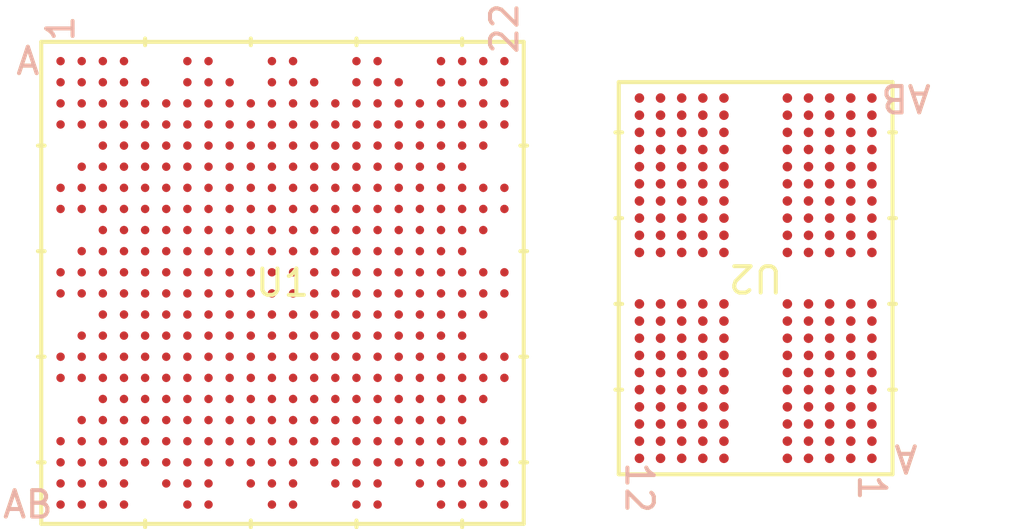
<source format=kicad_pcb>
(kicad_pcb (version 20241229) (generator "pcbnew") (generator_version "9.0")
  (layers (0 "F.Cu" signal) (2 "B.Cu" signal) (13 "F.Paste" user) (15 "B.Paste" user) (5 "F.SilkS" user "F.Silkscreen") (7 "B.SilkS" user "B.Silkscreen") (1 "F.Mask" user) (3 "B.Mask" user) (25 "Edge.Cuts" user))
  (net 0 "")
  (net 8 "/STM32MP25/STM32MP25_PAGE_2/DDR.ZQ")
  (net 9 "/STM32MP25/STM32MP25_PAGE_2/LVDS1.D1-")
  (net 11 "/STM32MP25/STM32MP25_PAGE_3/PMIC_WAKEUP#")
  (net 12 "/STM32MP25/STM32MP25_PAGE_2/DSI.REXT")
  (net 17 "/STM32MP25/STM32MP25_PAGE_3/MDF.CCK")
  (net 18 "/STM32MP25/STM32MP25_PAGE_3/HDMI_I2S.SCK")
  (net 21 "/STM32MP25/STM32MP25_PAGE_3/GPIO.SAI4_SCKA")
  (net 23 "/STM32MP25/STM32MP25_PAGE_3/MMC.D1")
  (net 24 "/STM32MP25/STM32MP25_PAGE_3/CAM.IMU_INT1")
  (net 25 "/STM32MP25/STM32MP25_PAGE_3/UART6.CTS")
  (net 26 "/STM32MP25/STM32MP25_PAGE_3/GPIO.TIM8_CH4")
  (net 28 "/STM32MP25/STM32MP25_PAGE_3/MMC.D0")
  (net 30 "/STM32MP25/STM32MP25_PAGE_3/VCONN_CC2_EN")
  (net 31 "/STM32MP25/STM32MP25_PAGE_1/JTAG.TCK")
  (net 33 "/STM32MP25/STM32MP25_PAGE_3/VBUS_DIV")
  (net 34 "/STM32MP25/STM32MP25_PAGE_3/MMC.D3")
  (net 35 "/STM32MP25/STM32MP25_PAGE_2/LVDS1.D1+")
  (net 36 "/STM32MP25/STM32MP25_PAGE_3/EMMC.D2")
  (net 39 "/STM32MP25/STM32MP25_PAGE_2/LVDS1.D3+")
  (net 40 "/STM32MP25/STM32MP25_PAGE_3/BT_PCM_SDI")
  (net 46 "/STM32MP25/STM32MP25_PAGE_3/ETH1.RX_CTL")
  (net 50 "/STM32MP25/STM32MP25_PAGE_3/MMC.D2")
  (net 52 "/STM32MP25/STM32MP25_PAGE_1/JTAG.TDO")
  (net 53 "/STM32MP25/STM32MP25_PAGE_3/ETH1.RST#")
  (net 56 "/STM32MP25/STM32MP25_PAGE_3/TCPP_EN")
  (net 59 "/STM32MP25/STM32MP25_PAGE_3/CAM.EN")
  (net 62 "/STM32MP25/STM32MP25_PAGE_3/GPIO.SPI6_MISO")
  (net 63 "/STM32MP25/STM32MP25_PAGE_3/BUTTON.USER2")
  (net 66 "/STM32MP25/STM32MP25_PAGE_2/LVDS1.D4-")
  (net 67 "/STM32MP25/STM32MP25_PAGE_3/HDMI_I2S.WS")
  (net 83 "/STM32MP25/STM32MP25_PAGE_4/BT_REG_ON")
  (net 85 "/STM32MP25/STM32MP25_PAGE_2/DSI.D0-")
  (net 87 "/STM32MP25/STM32MP25_PAGE_1/CSI.CLK-")
  (net 90 "/STM32MP25/STM32MP25_PAGE_3/HDMI_I2S.SDO")
  (net 91 "/STM32MP25/STM32MP25_PAGE_3/ETH1.TXD0")
  (net 95 "/STM32MP25/STM32MP25_PAGE_3/CAM.IMU_INT2")
  (net 97 "/STM32MP25/STM32MP25_PAGE_1/BOOT1")
  (net 99 "/STM32MP25/STM32MP25_PAGE_3/GPIO.SPI6.MOSI")
  (net 103 "/STM32MP25/STM32MP25_PAGE_4/BT_PCM_CLK")
  (net 104 "/STM32MP25/STM32MP25_PAGE_2/DSI.D1-")
  (net 106 "/STM32MP25/STM32MP25_PAGE_3/UART6.RX")
  (net 108 "/STM32MP25/STM32MP25_PAGE_3/ETH1.GTX_CLK")
  (net 110 "/STM32MP25/STM32MP25_PAGE_2/DSI.D3+")
  (net 112 "/STM32MP25/STM32MP25_PAGE_4/UART5.TX")
  (net 117 "/STM32MP25/STM32MP25_PAGE_3/I2C2.SDA")
  (net 121 "/STM32MP25/STM32MP25_PAGE_1/JTAG.TDI")
  (net 122 "/STM32MP25/STM32MP25_PAGE_1/CSI.D0-")
  (net 123 "/STM32MP25/STM32MP25_PAGE_2/LVDS1.D3-")
  (net 125 "/STM32MP25/STM32MP25_PAGE_2/LVDS2.D2-")
  (net 137 "/STM32MP25/STM32MP25_PAGE_2/LVDS2.D4+")
  (net 141 "/STM32MP25/STM32MP25_PAGE_3/ETH1.RXD0")
  (net 143 "/STM32MP25/STM32MP25_PAGE_1/BOOT0")
  (net 144 "/STM32MP25/STM32MP25_PAGE_2/LVDS2.D2+")
  (net 146 "/STM32MP25/STM32MP25_PAGE_3/GPIO.SAI4_FSA")
  (net 147 "/STM32MP25/STM32MP25_PAGE_3/EMMC.D0")
  (net 153 "/STM32MP25/STM32MP25_PAGE_1/CSI.D1-")
  (net 157 "/STM32MP25/STM32MP25_PAGE_3/CAM.RST")
  (net 158 "/STM32MP25/STM32MP25_PAGE_3/EMMC.D7")
  (net 160 "/STM32MP25/STM32MP25_PAGE_3/WIFI_SDIO3.D1")
  (net 161 "/STM32MP25/STM32MP25_PAGE_3/MMC.DET")
  (net 162 "/STM32MP25/STM32MP25_PAGE_3/EMMC.CMD")
  (net 163 "/STM32MP25/STM32MP25_PAGE_2/RST#")
  (net 165 "/STM32MP25/STM32MP25_PAGE_3/ETH1.MDINT")
  (net 175 "/STM32MP25/STM32MP25_PAGE_2/DSI.CLK+")
  (net 176 "/STM32MP25/STM32MP25_PAGE_3/ETH1.TXD1")
  (net 180 "/STM32MP25/STM32MP25_PAGE_2/LVDS2.D3+")
  (net 181 "/STM32MP25/STM32MP25_PAGE_1/JTAG.TRST#")
  (net 183 "/STM32MP25/STM32MP25_PAGE_3/GPIO_TIM4_CH2")
  (net 187 "/STM32MP25/STM32MP25_PAGE_3/EMMC.D6")
  (net 188 "/STM32MP25/STM32MP25_PAGE_3/I2C7.SDA")
  (net 191 "/STM32MP25/STM32MP25_PAGE_2/LVDS1.D0-")
  (net 192 "/STM32MP25/STM32MP25_PAGE_2/LVDS1.D2+")
  (net 194 "/STM32MP25/STM32MP25_PAGE_3/I2C2.SCL")
  (net 195 "/STM32MP25/STM32MP25_PAGE_3/ETH1.MDIO")
  (net 196 "/STM32MP25/STM32MP25_PAGE_3/GPIO.SPI6_NSS")
  (net 199 "/STM32MP25/STM32MP25_PAGE_1/CSI.D0+")
  (net 201 "/STM32MP25/STM32MP25_PAGE_3/WIFI_SDIO3.D0")
  (net 202 "/STM32MP25/STM32MP25_PAGE_3/CAM.TOF_INT")
  (net 203 "/STM32MP25/STM32MP25_PAGE_2/DSI.D1+")
  (net 205 "/STM32MP25/STM32MP25_PAGE_3/EMMC.D1")
  (net 207 "/STM32MP25/STM32MP25_PAGE_4/BT_PCM_WS")
  (net 208 "/STM32MP25/STM32MP25_PAGE_3/ETH1.CLK")
  (net 210 "/STM32MP25/STM32MP25_PAGE_2/LVDS2.D0+")
  (net 211 "/STM32MP25/STM32MP25_PAGE_2/LVDS1.D4+")
  (net 212 "/STM32MP25/STM32MP25_PAGE_3/ETH1.MDC")
  (net 214 "/STM32MP25/STM32MP25_PAGE_3/MCO1")
  (net 218 "/STM32MP25/STM32MP25_PAGE_3/CAM.TOF_LPn")
  (net 219 "/STM32MP25/STM32MP25_PAGE_1/CSI.D1+")
  (net 225 "/STM32MP25/STM32MP25_PAGE_2/DSI.D3-")
  (net 226 "/STM32MP25/STM32MP25_PAGE_3/EMMC.D4")
  (net 230 "/STM32MP25/STM32MP25_PAGE_2/DSI.D0+")
  (net 231 "/STM32MP25/STM32MP25_PAGE_4/BT_HOST_WAKE")
  (net 238 "/STM32MP25/STM32MP25_PAGE_2/LVDS2.D3-")
  (net 243 "/STM32MP25/STM32MP25_PAGE_1/CSI.CLK+")
  (net 252 "/STM32MP25/STM32MP25_PAGE_3/ETH1.TX_CTL")
  (net 258 "/STM32MP25/STM32MP25_PAGE_3/ETH1.RX_CLK")
  (net 259 "/STM32MP25/STM32MP25_PAGE_3/WIFI_SDIO3.CLK")
  (net 260 "/STM32MP25/STM32MP25_PAGE_3/GPIO.SPI6_SCK")
  (net 262 "/STM32MP25/STM32MP25_PAGE_2/DSI.D2-")
  (net 265 "/STM32MP25/STM32MP25_PAGE_3/MMC.CLK")
  (net 270 "/STM32MP25/STM32MP25_PAGE_1/CSI.REXT")
  (net 272 "/STM32MP25/STM32MP25_PAGE_2/DSI.CLK-")
  (net 273 "/STM32MP25/STM32MP25_PAGE_3/VCONN_CC1_EN")
  (net 274 "/STM32MP25/STM32MP25_PAGE_3/ETH1.RXD1")
  (net 276 "/STM32MP25/STM32MP25_PAGE_3/UART6.TX")
  (net 279 "/STM32MP25/STM32MP25_PAGE_3/USART2.RX")
  (net 280 "/STM32MP25/STM32MP25_PAGE_4/WL_REG_ON")
  (net 281 "/STM32MP25/STM32MP25_PAGE_3/GPIO.SAI4_SDB")
  (net 285 "/STM32MP25/STM32MP25_PAGE_3/BUTTON.USER1")
  (net 286 "/STM32MP25/STM32MP25_PAGE_3/HDMI.RST")
  (net 288 "/STM32MP25/STM32MP25_PAGE_3/EMMC.CLK")
  (net 292 "/STM32MP25/STM32MP25_PAGE_3/MP257_WAKEUP")
  (net 295 "/STM32MP25/STM32MP25_PAGE_1/BOOT3")
  (net 297 "/STM32MP25/STM32MP25_PAGE_3/I2C7.SCL")
  (net 298 "/STM32MP25/STM32MP25_PAGE_4/UART5.RX")
  (net 305 "/STM32MP25/STM32MP25_PAGE_3/BT_DEV_WAKE")
  (net 316 "/STM32MP25/STM32MP25_PAGE_3/EMMC.D3")
  (net 317 "/STM32MP25/STM32MP25_PAGE_2/DSI.D2+")
  (net 318 "/STM32MP25/STM32MP25_PAGE_3/HDMI.INT")
  (net 321 "/STM32MP25/STM32MP25_PAGE_3/WIFI_SDIO3.CMD")
  (net 322 "/STM32MP25/STM32MP25_PAGE_2/LVDS2.D4-")
  (net 326 "/STM32MP25/STM32MP25_PAGE_3/EMMC.D5")
  (net 334 "/STM32MP25/STM32MP25_PAGE_2/LVDS2.D1+")
  (net 335 "/STM32MP25/STM32MP25_PAGE_2/LVDS2.D1-")
  (net 337 "/STM32MP25/STM32MP25_PAGE_4/UART6.RTS")
  (net 338 "/STM32MP25/STM32MP25_PAGE_1/BOOT2")
  (net 340 "/STM32MP25/STM32MP25_PAGE_3/GPIO.TIM2_CH4")
  (net 341 "/STM32MP25/STM32MP25_PAGE_3/GPIO.SAI4_SDA")
  (net 342 "/STM32MP25/STM32MP25_PAGE_3/MDF.SDI6")
  (net 343 "/STM32MP25/STM32MP25_PAGE_3/USART2.TX")
  (net 348 "/STM32MP25/STM32MP25_PAGE_4/TCPP_INT#")
  (net 349 "/STM32MP25/STM32MP25_PAGE_3/MMC.CMD")
  (net 351 "/STM32MP25/STM32MP25_PAGE_3/WIFI_SDIO3.D2")
  (net 355 "/STM32MP25/STM32MP25_PAGE_2/LVDS1.D0+")
  (net 356 "/STM32MP25/STM32MP25_PAGE_2/LVDS1.D2-")
  (net 360 "/DDR.CLKB+")
  (net 361 "VDDQ")
  (net 362 "GND")
  (net 363 "/DDR.DQ1_5")
  (net 364 "VDD2")
  (net 365 "/DDR.CAB1")
  (net 366 "/DDR.CLKA-")
  (net 367 "/DDR.DQ3_7")
  (net 368 "/DDR.DQ0_0")
  (net 369 "/DDR.CAB0")
  (net 370 "/DDR.DMIA1")
  (net 371 "/DDR.ZQ1")
  (net 372 "/DDR.DQ1_7")
  (net 373 "/DDR.CLKEB+")
  (net 375 "/DDR.DQ1_3")
  (net 376 "/DDR.DQ2_4")
  (net 377 "/DDR.DQ0_4")
  (net 378 "/DDR.DQ0_5")
  (net 380 "/DDR.DQ0_7")
  (net 381 "/DDR.CAA2")
  (net 382 "VDD1")
  (net 383 "/DDR.DMIA0")
  (net 384 "/DDR.DQ0_2")
  (net 385 "/DDR.DQ2_7")
  (net 387 "/DDR.DQ2_6")
  (net 388 "/DDR.DQ3_2")
  (net 389 "/DDR.DQ3_4")
  (net 390 "/DDR.DQ0_1")
  (net 391 "/DDR.CAB3")
  (net 392 "/DDR.DQS2-")
  (net 393 "/DDR.DQ1_2")
  (net 394 "/DDR.CSB0")
  (net 397 "/DDR.CAA1")
  (net 398 "/DDR.DQS2+")
  (net 399 "/DDR.DQ3_0")
  (net 400 "/DDR.CLKA+")
  (net 401 "/DDR.DQ2_2")
  (net 402 "/DDR.DMIB0")
  (net 403 "/DDR.DQS3+")
  (net 404 "/DDR.DQ2_0")
  (net 405 "/DDR.DQ2_3")
  (net 406 "/DDR.RESET#")
  (net 407 "/DDR.CAB4")
  (net 408 "/DDR.DMIB1")
  (net 409 "/DDR.CAA5")
  (net 410 "/DDR.DQS0-")
  (net 411 "/DDR.DQ3_3")
  (net 412 "/DDR.DQ3_6")
  (net 414 "/DDR.DQ1_0")
  (net 416 "/DDR.ZQ0")
  (net 417 "/DDR.CAB5")
  (net 420 "/DDR.CAA3")
  (net 421 "/DDR.DQ2_1")
  (net 424 "/DDR.DQS1+")
  (net 428 "/DDR.DQ0_3")
  (net 429 "/DDR.DQ0_6")
  (net 430 "/DDR.DQ1_1")
  (net 431 "/DDR.CSA1")
  (net 432 "/DDR.DQS3-")
  (net 434 "/DDR.CLKB-")
  (net 435 "/DDR.DQ3_1")
  (net 436 "/DDR.DQ2_5")
  (net 438 "/DDR.CAA0")
  (net 439 "/DDR.CAB2")
  (net 440 "/DDR.CSA0")
  (net 441 "/DDR.DQ1_4")
  (net 442 "/DDR.CSB1")
  (net 443 "/DDR.DQ1_6")
  (net 444 "/DDR.CLKEB-")
  (net 445 "/DDR.CAA4")
  (net 447 "/DDR.DQS1-")
  (net 448 "/DDR.DQS0+")
  (net 449 "/DDR.DQ3_5")
  (net 452 "/STM32MP25/STM32MP25_PAGE_1/DDR.CLKEA0")
  (net 453 "/LPDDR4/DDR.CLKEA0")
  (net 454 "/LPDDR4/DDR.CLKEA1")
  (net 458 "/STM32MP25/STM32MP25_PAGE_1/DDR.CLKEA1")
  (net 460 "/STM32MP25/STM32MP25_PAGE_1/DDR.CLKEB1")
  (net 461 "/STM32MP25/STM32MP25_PAGE_1/DDE.CAA1")
  (net 462 "/STM32MP25/STM32MP25_PAGE_1/DDR.CLKEB0")
  (net 464 "/STM32MP25/STM32MP25_PAGE_1/DDE.CAA0")
  (footprint "MT53E1G32D2FW-046-IT-B:VFBGA200_10X14.5X1.1FW_MRN-L" (layer "F.Cu") (at 158 89 180)
    (property "Reference" "U2")
    (property "Value" "MT53E1G32D2FW-046 IT:B")
  )
  (footprint "STM32MP257FAI3:TFBGA436_STM" (layer "F.Cu") (at 140.089701 89.176801)
    (property "Reference" "U1")
    (property "Value" "STM32MP257FAI3")
  )
)
</source>
